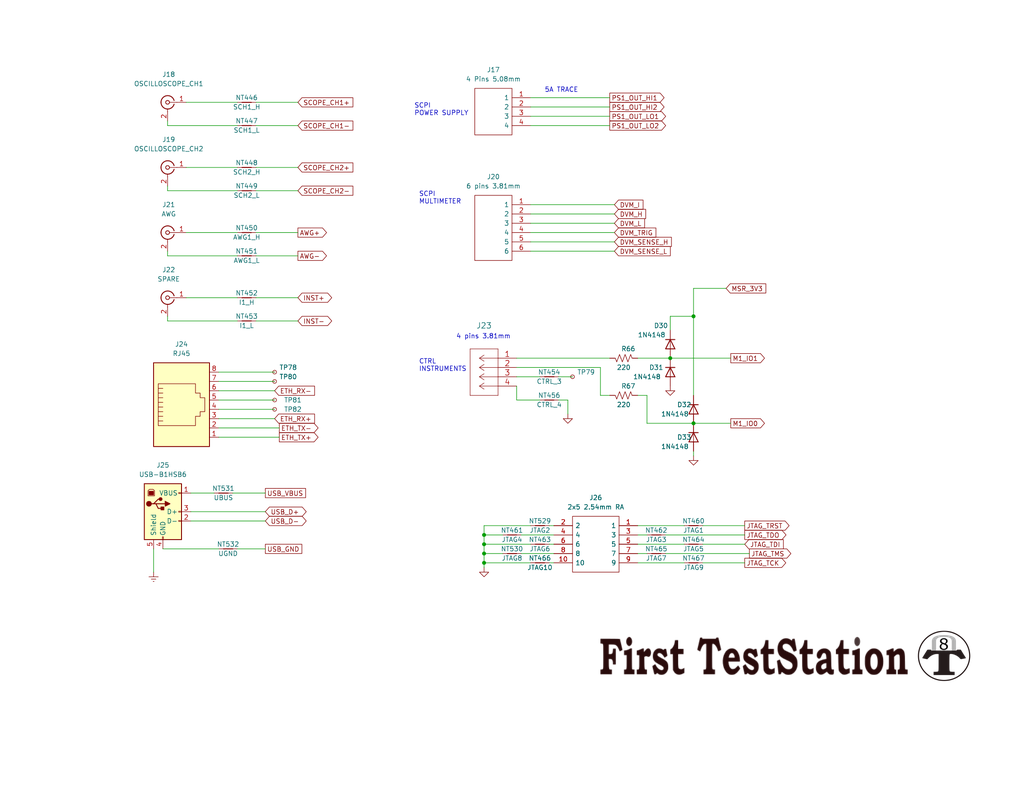
<source format=kicad_sch>
(kicad_sch (version 20230121) (generator eeschema)
  (paper "A")
  (title_block (title "Interconnect IO Board  640-1000-011") (date "2024-10-12") (rev "1.1"))
  (lib_symbols
    (symbol "Library:1146770000" (pin_names (offset 0.762))
      (property "Reference" "J" (at 16.51 7.62 0))
      (property "Value" "1146770000" (at 16.51 5.08 0))
      (symbol "1146770000_0_0"
        (pin passive line (at 0 0 0) (length 5.08) (name "1") (number "1"))
        (pin passive line (at 0 -2.54 0) (length 5.08) (name "2") (number "2"))
        (pin passive line (at 0 -5.08 0) (length 5.08) (name "3") (number "3"))
        (pin passive line (at 0 -7.62 0) (length 5.08) (name "4") (number "4"))
      )
      (symbol "1146770000_0_1"
        (polyline (pts (xy 5.08 2.54) (xy 15.24 2.54) (xy 15.24 -10.16) (xy 5.08 -10.16) (xy 5.08 2.54)) (stroke (width 0.1524)))
      )
    )
    (symbol "Library:1N4148" (pin_numbers hide) (pin_names (offset 1.016) hide)
      (property "Reference" "D" (at 0 2.54 0))
      (property "Value" "1N4148" (at 0 -2.54 0))
      (symbol "1N4148_0_1"
        (polyline (pts (xy -1.27 1.27) (xy -1.27 -1.27)) (stroke (width 0.254)))
        (polyline (pts (xy 1.27 0) (xy -1.27 0)))
        (polyline (pts (xy 1.27 1.27) (xy 1.27 -1.27) (xy -1.27 0) (xy 1.27 1.27)) (stroke (width 0.254)))
      )
      (symbol "1N4148_1_1"
        (pin passive line (at -3.81 0 0) (length 2.54) (name "K") (number "1"))
        (pin passive line (at 3.81 0 180) (length 2.54) (name "A") (number "2"))
      )
    )
    (symbol "Library:691322310004" (pin_names (offset 0.254) hide)
      (property "Reference" "J" (at 8.89 6.35 0))
      (property "Value" "691322310004" (at 10.16 -5.08 0))
      (symbol "691322310004_1_1"
        (polyline (pts (xy 5.08 -10.16) (xy 12.7 -10.16)) (stroke (width 0.127)))
        (polyline (pts (xy 5.08 2.54) (xy 5.08 -10.16)) (stroke (width 0.127)))
        (polyline (pts (xy 10.16 -7.62) (xy 5.08 -7.62)) (stroke (width 0.127)))
        (polyline (pts (xy 10.16 -7.62) (xy 8.89 -8.4582)) (stroke (width 0.127)))
        (polyline (pts (xy 10.16 -7.62) (xy 8.89 -6.7818)) (stroke (width 0.127)))
        (polyline (pts (xy 10.16 -5.08) (xy 5.08 -5.08)) (stroke (width 0.127)))
        (polyline (pts (xy 10.16 -5.08) (xy 8.89 -5.9182)) (stroke (width 0.127)))
        (polyline (pts (xy 10.16 -5.08) (xy 8.89 -4.2418)) (stroke (width 0.127)))
        (polyline (pts (xy 10.16 -2.54) (xy 5.08 -2.54)) (stroke (width 0.127)))
        (polyline (pts (xy 10.16 -2.54) (xy 8.89 -3.3782)) (stroke (width 0.127)))
        (polyline (pts (xy 10.16 -2.54) (xy 8.89 -1.7018)) (stroke (width 0.127)))
        (polyline (pts (xy 10.16 0) (xy 5.08 0)) (stroke (width 0.127)))
        (polyline (pts (xy 10.16 0) (xy 8.89 -0.8382)) (stroke (width 0.127)))
        (polyline (pts (xy 10.16 0) (xy 8.89 0.8382)) (stroke (width 0.127)))
        (polyline (pts (xy 12.7 -10.16) (xy 12.7 2.54)) (stroke (width 0.127)))
        (polyline (pts (xy 12.7 2.54) (xy 5.08 2.54)) (stroke (width 0.127)))
        (pin unspecified line (at 0 0 0) (length 5.08) (name "1") (number "1"))
        (pin unspecified line (at 0 -2.54 0) (length 5.08) (name "2") (number "2"))
        (pin unspecified line (at 0 -5.08 0) (length 5.08) (name "3") (number "3"))
        (pin unspecified line (at 0 -7.62 0) (length 5.08) (name "4") (number "4"))
      )
    )
    (symbol "Library:691322310006" (pin_names (offset 0.762))
      (property "Reference" "J" (at 16.51 7.62 0))
      (property "Value" "691322310006" (at 16.51 5.08 0))
      (symbol "691322310006_0_0"
        (pin passive line (at 0 0 0) (length 5.08) (name "1") (number "1"))
        (pin passive line (at 0 -2.54 0) (length 5.08) (name "2") (number "2"))
        (pin passive line (at 0 -5.08 0) (length 5.08) (name "3") (number "3"))
        (pin passive line (at 0 -7.62 0) (length 5.08) (name "4") (number "4"))
        (pin passive line (at 0 -10.16 0) (length 5.08) (name "5") (number "5"))
        (pin passive line (at 0 -12.7 0) (length 5.08) (name "6") (number "6"))
      )
      (symbol "691322310006_0_1"
        (polyline (pts (xy 5.08 2.54) (xy 15.24 2.54) (xy 15.24 -15.24) (xy 5.08 -15.24) (xy 5.08 2.54)) (stroke (width 0.1524)))
      )
    )
    (symbol "Library:8P8C" (pin_names (offset 1.016))
      (property "Reference" "J" (at -5.08 13.97 0))
      (property "Value" "8P8C" (at 2.54 13.97 0))
      (symbol "8P8C_0_1"
        (polyline (pts (xy -5.08 4.445) (xy -6.35 4.445)))
        (polyline (pts (xy -5.08 5.715) (xy -6.35 5.715)))
        (polyline (pts (xy -6.35 -3.175) (xy -5.08 -3.175) (xy -5.08 -3.175)))
        (polyline (pts (xy -6.35 -1.905) (xy -5.08 -1.905) (xy -5.08 -1.905)))
        (polyline (pts (xy -6.35 -0.635) (xy -5.08 -0.635) (xy -5.08 -0.635)))
        (polyline (pts (xy -6.35 0.635) (xy -5.08 0.635) (xy -5.08 0.635)))
        (polyline (pts (xy -6.35 1.905) (xy -5.08 1.905) (xy -5.08 1.905)))
        (polyline (pts (xy -5.08 3.175) (xy -6.35 3.175) (xy -6.35 3.175)))
        (polyline (pts (xy -6.35 -4.445) (xy -6.35 6.985) (xy 3.81 6.985) (xy 3.81 4.445) (xy 5.08 4.445) (xy 5.08 3.175) (xy 6.35 3.175) (xy 6.35 -0.635) (xy 5.08 -0.635) (xy 5.08 -1.905) (xy 3.81 -1.905) (xy 3.81 -4.445) (xy -6.35 -4.445) (xy -6.35 -4.445)))
        (rectangle (start 7.62 12.7) (end -7.62 -10.16) (stroke (width 0.254)) (fill (type background)))
      )
      (symbol "8P8C_1_1"
        (pin passive line (at 10.16 -7.62 180) (length 2.54) (name "~") (number "1"))
        (pin passive line (at 10.16 -5.08 180) (length 2.54) (name "~") (number "2"))
        (pin passive line (at 10.16 -2.54 180) (length 2.54) (name "~") (number "3"))
        (pin passive line (at 10.16 0 180) (length 2.54) (name "~") (number "4"))
        (pin passive line (at 10.16 2.54 180) (length 2.54) (name "~") (number "5"))
        (pin passive line (at 10.16 5.08 180) (length 2.54) (name "~") (number "6"))
        (pin passive line (at 10.16 7.62 180) (length 2.54) (name "~") (number "7"))
        (pin passive line (at 10.16 10.16 180) (length 2.54) (name "~") (number "8"))
      )
    )
    (symbol "Library:Conn_Coaxial" (pin_names (offset 1.016) hide)
      (property "Reference" "J" (at 0.254 3.048 0))
      (property "Value" "Conn_Coaxial" (at 2.921 0 90))
      (symbol "Conn_Coaxial_0_1"
        (arc (start -1.778 -0.508) (mid 0.222 -1.808) (end 1.778 0) (stroke (width 0.254)))
        (polyline (pts (xy -2.54 0) (xy -0.508 0)))
        (polyline (pts (xy 0 -2.54) (xy 0 -1.778)))
        (circle (center 0 0) (radius 0.508) (stroke (width 0.2032)))
        (arc (start 1.778 0) (mid 0.222 1.8083) (end -1.778 0.508) (stroke (width 0.254)))
      )
      (symbol "Conn_Coaxial_1_1"
        (pin passive line (at -5.08 0 0) (length 2.54) (name "In") (number "1"))
        (pin passive line (at 0 -5.08 90) (length 2.54) (name "Ext") (number "2"))
      )
    )
    (symbol "Library:NetTie_2" (pin_numbers hide) (pin_names (offset 0) hide)
      (property "Reference" "NT" (at 0 1.27 0))
      (property "Value" "NetTie_2" (at 0 -1.27 0))
      (symbol "NetTie_2_0_1"
        (polyline (pts (xy -1.27 0) (xy 1.27 0)) (stroke (width 0.254)))
      )
      (symbol "NetTie_2_1_1"
        (pin passive line (at -2.54 0 0) (length 2.54) (name "1") (number "1"))
        (pin passive line (at 2.54 0 180) (length 2.54) (name "2") (number "2"))
      )
    )
    (symbol "Library:R_US" (pin_numbers hide) (pin_names (offset 0))
      (property "Reference" "R" (at 2.54 0 90))
      (property "Value" "R_US" (at -2.54 0 90))
      (symbol "R_US_0_1"
        (polyline (pts (xy 0 -2.286) (xy 0 -2.54)))
        (polyline (pts (xy 0 2.286) (xy 0 2.54)))
        (polyline (pts (xy 0 -0.762) (xy 1.016 -1.143) (xy 0 -1.524) (xy -1.016 -1.905) (xy 0 -2.286)))
        (polyline (pts (xy 0 0.762) (xy 1.016 0.381) (xy 0 0) (xy -1.016 -0.381) (xy 0 -0.762)))
        (polyline (pts (xy 0 2.286) (xy 1.016 1.905) (xy 0 1.524) (xy -1.016 1.143) (xy 0 0.762)))
      )
      (symbol "R_US_1_1"
        (pin passive line (at 0 3.81 270) (length 1.27) (name "~") (number "1"))
        (pin passive line (at 0 -3.81 90) (length 1.27) (name "~") (number "2"))
      )
    )
    (symbol "Library:SBH11-PBPC-D05-RA-BK" (pin_names (offset 0.762))
      (property "Reference" "J" (at 19.05 7.62 0))
      (property "Value" "SBH11-PBPC-D05-RA-BK" (at 19.05 5.08 0))
      (symbol "SBH11-PBPC-D05-RA-BK_0_0"
        (pin passive line (at 0 0 0) (length 5.08) (name "1") (number "1"))
        (pin passive line (at 22.86 -10.16 180) (length 5.08) (name "10") (number "10"))
        (pin passive line (at 22.86 0 180) (length 5.08) (name "2") (number "2"))
        (pin passive line (at 0 -2.54 0) (length 5.08) (name "3") (number "3"))
        (pin passive line (at 22.86 -2.54 180) (length 5.08) (name "4") (number "4"))
        (pin passive line (at 0 -5.08 0) (length 5.08) (name "5") (number "5"))
        (pin passive line (at 22.86 -5.08 180) (length 5.08) (name "6") (number "6"))
        (pin passive line (at 0 -7.62 0) (length 5.08) (name "7") (number "7"))
        (pin passive line (at 22.86 -7.62 180) (length 5.08) (name "8") (number "8"))
        (pin passive line (at 0 -10.16 0) (length 5.08) (name "9") (number "9"))
      )
      (symbol "SBH11-PBPC-D05-RA-BK_0_1"
        (polyline (pts (xy 5.08 2.54) (xy 17.78 2.54) (xy 17.78 -12.7) (xy 5.08 -12.7) (xy 5.08 2.54)) (stroke (width 0.1524)))
      )
    )
    (symbol "Library:TestPoint_Small" (pin_numbers hide) (pin_names (offset 0.762) hide)
      (property "Reference" "TP" (at 0 3.81 0))
      (property "Value" "TestPoint_Small" (at 0 2.032 0))
      (symbol "TestPoint_Small_0_1"
        (circle (center 0 0) (radius 0.508))
      )
      (symbol "TestPoint_Small_1_1"
        (pin passive line (at 0 0 90) (length 0) (name "1") (number "1"))
      )
    )
    (symbol "Library:USB_B" (pin_names (offset 1.016))
      (property "Reference" "J" (at -5.08 11.43 0))
      (property "Value" "USB_B" (at -5.08 8.89 0))
      (symbol "USB_B_0_1"
        (rectangle (start -5.08 -7.62) (end 5.08 7.62) (stroke (width 0.254)) (fill (type background)))
        (circle (center -3.81 2.159) (radius 0.635) (stroke (width 0.254)) (fill (type outline)))
        (rectangle (start -3.81 5.588) (end -2.54 4.572) (fill (type outline)))
        (circle (center -0.635 3.429) (radius 0.381) (stroke (width 0.254)) (fill (type outline)))
        (rectangle (start -0.127 -7.62) (end 0.127 -6.858))
        (polyline (pts (xy -1.905 2.159) (xy 0.635 2.159)) (stroke (width 0.254)))
        (polyline (pts (xy -3.175 2.159) (xy -2.54 2.159) (xy -1.27 3.429) (xy -0.635 3.429)) (stroke (width 0.254)))
        (polyline (pts (xy -2.54 2.159) (xy -1.905 2.159) (xy -1.27 0.889) (xy 0 0.889)) (stroke (width 0.254)))
        (polyline (pts (xy 0.635 2.794) (xy 0.635 1.524) (xy 1.905 2.159) (xy 0.635 2.794)) (stroke (width 0.254)) (fill (type outline)))
        (polyline (pts (xy -4.064 4.318) (xy -2.286 4.318) (xy -2.286 5.715) (xy -2.667 6.096) (xy -3.683 6.096) (xy -4.064 5.715) (xy -4.064 4.318)))
        (rectangle (start 0.254 1.27) (end -0.508 0.508) (stroke (width 0.254)) (fill (type outline)))
        (rectangle (start 5.08 -2.667) (end 4.318 -2.413))
        (rectangle (start 5.08 -0.127) (end 4.318 0.127))
        (rectangle (start 5.08 4.953) (end 4.318 5.207))
      )
      (symbol "USB_B_1_1"
        (pin power_out line (at 7.62 5.08 180) (length 2.54) (name "VBUS") (number "1"))
        (pin bidirectional line (at 7.62 -2.54 180) (length 2.54) (name "D-") (number "2"))
        (pin bidirectional line (at 7.62 0 180) (length 2.54) (name "D+") (number "3"))
        (pin power_out line (at 0 -10.16 90) (length 2.54) (name "GND") (number "4"))
        (pin passive line (at -2.54 -10.16 90) (length 2.54) (name "Shield") (number "5"))
      )
    )
    (symbol "power:Earth" (power) (pin_names (offset 0))
      (symbol "Earth_0_1"
        (polyline (pts (xy -0.635 -1.905) (xy 0.635 -1.905)))
        (polyline (pts (xy -0.127 -2.54) (xy 0.127 -2.54)))
        (polyline (pts (xy 0 -1.27) (xy 0 0)))
        (polyline (pts (xy 1.27 -1.27) (xy -1.27 -1.27)))
      )
      (symbol "Earth_1_1"
        (pin power_in line (at 0 0 270) (length 0) hide (name "Earth") (number "1"))
      )
    )
    (symbol "power:GND" (power) (pin_names (offset 0))
      (property "Value" "GND" (at 0 -3.81 0))
      (symbol "GND_0_1"
        (polyline (pts (xy 0 0) (xy 0 -1.27) (xy 1.27 -1.27) (xy 0 -2.54) (xy -1.27 -1.27) (xy 0 -1.27)))
      )
      (symbol "GND_1_1"
        (pin power_in line (at 0 0 270) (length 0) hide (name "GND") (number "1"))
      )
    )
  )
  (junction (at 182.88 97.79))
  (junction (at 132.08 148.59))
  (junction (at 189.23 86.36))
  (junction (at 132.08 153.67))
  (junction (at 132.08 146.05))
  (junction (at 189.23 115.57))
  (junction (at 132.08 151.13))
  (wire (pts (xy 59.69 109.22) (xy 74.93 109.22)))
  (wire (pts (xy 59.69 104.14) (xy 74.93 104.14)))
  (wire (pts (xy 45.72 52.07) (xy 45.72 50.8)))
  (wire (pts (xy 144.78 34.29) (xy 166.37 34.29)))
  (wire (pts (xy 204.47 151.13) (xy 181.61 151.13)))
  (wire (pts (xy 45.72 87.63) (xy 64.77 87.63)))
  (wire (pts (xy 144.78 60.96) (xy 167.64 60.96)))
  (wire (pts (xy 151.13 146.05) (xy 142.24 146.05)))
  (wire (pts (xy 182.88 97.79) (xy 199.39 97.79)))
  (wire (pts (xy 152.4 109.22) (xy 154.94 109.22)))
  (wire (pts (xy 45.72 34.29) (xy 45.72 33.02)))
  (wire (pts (xy 52.07 142.24) (xy 72.39 142.24)))
  (wire (pts (xy 176.53 107.95) (xy 173.99 107.95)))
  (wire (pts (xy 81.28 87.63) (xy 69.85 87.63)))
  (wire (pts (xy 137.16 146.05) (xy 132.08 146.05)))
  (wire (pts (xy 50.8 81.28) (xy 64.77 81.28)))
  (wire (pts (xy 81.28 52.07) (xy 69.85 52.07)))
  (wire (pts (xy 203.2 153.67) (xy 191.77 153.67)))
  (wire (pts (xy 132.08 148.59) (xy 144.78 148.59)))
  (wire (pts (xy 182.88 86.36) (xy 182.88 90.17)))
  (wire (pts (xy 149.86 143.51) (xy 151.13 143.51)))
  (wire (pts (xy 50.8 45.72) (xy 64.77 45.72)))
  (wire (pts (xy 41.91 149.86) (xy 41.91 156.21)))
  (wire (pts (xy 132.08 153.67) (xy 144.78 153.67)))
  (wire (pts (xy 182.88 86.36) (xy 189.23 86.36)))
  (wire (pts (xy 50.8 27.94) (xy 64.77 27.94)))
  (wire (pts (xy 173.99 153.67) (xy 186.69 153.67)))
  (wire (pts (xy 144.78 26.67) (xy 166.37 26.67)))
  (wire (pts (xy 132.08 146.05) (xy 132.08 148.59)))
  (wire (pts (xy 144.78 58.42) (xy 167.64 58.42)))
  (wire (pts (xy 132.08 143.51) (xy 144.78 143.51)))
  (wire (pts (xy 140.97 97.79) (xy 166.37 97.79)))
  (wire (pts (xy 52.07 134.62) (xy 58.42 134.62)))
  (wire (pts (xy 166.37 107.95) (xy 163.83 107.95)))
  (wire (pts (xy 81.28 27.94) (xy 69.85 27.94)))
  (wire (pts (xy 64.77 149.86) (xy 72.39 149.86)))
  (wire (pts (xy 45.72 87.63) (xy 45.72 86.36)))
  (wire (pts (xy 63.5 134.62) (xy 72.39 134.62)))
  (wire (pts (xy 189.23 123.19) (xy 189.23 124.46)))
  (wire (pts (xy 151.13 148.59) (xy 149.86 148.59)))
  (wire (pts (xy 140.97 109.22) (xy 147.32 109.22)))
  (wire (pts (xy 176.53 115.57) (xy 189.23 115.57)))
  (wire (pts (xy 203.2 148.59) (xy 191.77 148.59)))
  (wire (pts (xy 182.88 97.79) (xy 173.99 97.79)))
  (wire (pts (xy 144.78 55.88) (xy 167.64 55.88)))
  (wire (pts (xy 140.97 102.87) (xy 147.32 102.87)))
  (wire (pts (xy 144.78 63.5) (xy 167.64 63.5)))
  (wire (pts (xy 152.4 102.87) (xy 156.21 102.87)))
  (wire (pts (xy 132.08 148.59) (xy 132.08 151.13)))
  (wire (pts (xy 59.69 106.68) (xy 74.93 106.68)))
  (wire (pts (xy 81.28 63.5) (xy 69.85 63.5)))
  (wire (pts (xy 59.69 116.84) (xy 76.2 116.84)))
  (wire (pts (xy 132.08 153.67) (xy 132.08 154.94)))
  (wire (pts (xy 45.72 69.85) (xy 64.77 69.85)))
  (wire (pts (xy 45.72 69.85) (xy 45.72 68.58)))
  (wire (pts (xy 173.99 151.13) (xy 176.53 151.13)))
  (wire (pts (xy 203.2 143.51) (xy 191.77 143.51)))
  (wire (pts (xy 142.24 151.13) (xy 151.13 151.13)))
  (wire (pts (xy 144.78 31.75) (xy 166.37 31.75)))
  (wire (pts (xy 81.28 81.28) (xy 69.85 81.28)))
  (wire (pts (xy 59.69 119.38) (xy 76.2 119.38)))
  (wire (pts (xy 132.08 151.13) (xy 137.16 151.13)))
  (wire (pts (xy 132.08 146.05) (xy 132.08 143.51)))
  (wire (pts (xy 173.99 148.59) (xy 186.69 148.59)))
  (wire (pts (xy 45.72 52.07) (xy 64.77 52.07)))
  (wire (pts (xy 52.07 139.7) (xy 72.39 139.7)))
  (wire (pts (xy 176.53 107.95) (xy 176.53 115.57)))
  (wire (pts (xy 50.8 63.5) (xy 64.77 63.5)))
  (wire (pts (xy 132.08 151.13) (xy 132.08 153.67)))
  (wire (pts (xy 163.83 100.33) (xy 140.97 100.33)))
  (wire (pts (xy 59.69 114.3) (xy 74.93 114.3)))
  (wire (pts (xy 189.23 86.36) (xy 189.23 107.95)))
  (wire (pts (xy 45.72 34.29) (xy 64.77 34.29)))
  (wire (pts (xy 59.69 101.6) (xy 74.93 101.6)))
  (wire (pts (xy 81.28 69.85) (xy 69.85 69.85)))
  (wire (pts (xy 144.78 66.04) (xy 167.64 66.04)))
  (wire (pts (xy 173.99 146.05) (xy 176.53 146.05)))
  (wire (pts (xy 189.23 78.74) (xy 189.23 86.36)))
  (wire (pts (xy 189.23 78.74) (xy 198.12 78.74)))
  (wire (pts (xy 81.28 34.29) (xy 69.85 34.29)))
  (wire (pts (xy 163.83 107.95) (xy 163.83 100.33)))
  (wire (pts (xy 144.78 29.21) (xy 166.37 29.21)))
  (wire (pts (xy 44.45 149.86) (xy 59.69 149.86)))
  (wire (pts (xy 81.28 45.72) (xy 69.85 45.72)))
  (wire (pts (xy 151.13 153.67) (xy 149.86 153.67)))
  (wire (pts (xy 203.2 146.05) (xy 181.61 146.05)))
  (wire (pts (xy 59.69 111.76) (xy 74.93 111.76)))
  (wire (pts (xy 154.94 109.22) (xy 154.94 113.03)))
  (wire (pts (xy 173.99 143.51) (xy 186.69 143.51)))
  (wire (pts (xy 189.23 115.57) (xy 199.39 115.57)))
  (wire (pts (xy 140.97 105.41) (xy 140.97 109.22)))
  (wire (pts (xy 144.78 68.58) (xy 167.64 68.58)))
  (image (at 205.74 179.07) (scale 2.13772))
  (image (at 257.81 179.07))
  (text "SCPI\nPOWER SUPPLY" (at 113.03 31.75 0) (effects (font (size 1.27 1.27)) (justify left bottom)))
  (text "5A TRACE" (at 148.59 25.4 0) (effects (font (size 1.27 1.27)) (justify left bottom)))
  (text "CTRL\nINSTRUMENTS" (at 114.3 101.6 0) (effects (font (size 1.27 1.27)) (justify left bottom)))
  (text "4 pins 3.81mm" (at 124.46 92.71 0) (effects (font (size 1.27 1.27)) (justify left bottom)))
  (text "SCPI\nMULTIMETER" (at 114.3 55.88 0) (effects (font (size 1.27 1.27)) (justify left bottom)))
  (global_label "PS1_OUT_LO1" (shape output) (at 166.37 31.75 0) (property "Intersheetrefs" "${INTERSHEET_REFS}" (effects hide)))
  (global_label "SCOPE_CH1-" (shape input) (at 81.28 34.29 0) (property "Intersheetrefs" "${INTERSHEET_REFS}" (effects hide)))
  (global_label "ETH_TX-" (shape output) (at 76.2 116.84 0) (property "Intersheetrefs" "${INTERSHEET_REFS}" (effects hide)))
  (global_label "AWG+" (shape output) (at 81.28 63.5 0) (property "Intersheetrefs" "${INTERSHEET_REFS}" (effects hide)))
  (global_label "DVM_I" (shape input) (at 167.64 55.88 0) (property "Intersheetrefs" "${INTERSHEET_REFS}" (effects hide)))
  (global_label "SCOPE_CH2-" (shape input) (at 81.28 52.07 0) (property "Intersheetrefs" "${INTERSHEET_REFS}" (effects hide)))
  (global_label "USB_VBUS" (shape passive) (at 72.39 134.62 0) (property "Intersheetrefs" "${INTERSHEET_REFS}" (effects hide)))
  (global_label "PS1_OUT_HI1" (shape output) (at 166.37 26.67 0) (property "Intersheetrefs" "${INTERSHEET_REFS}" (effects hide)))
  (global_label "PS1_OUT_HI2" (shape output) (at 166.37 29.21 0) (property "Intersheetrefs" "${INTERSHEET_REFS}" (effects hide)))
  (global_label "INST+" (shape bidirectional) (at 81.28 81.28 0) (property "Intersheetrefs" "${INTERSHEET_REFS}" (effects hide)))
  (global_label "DVM_L" (shape input) (at 167.64 60.96 0) (property "Intersheetrefs" "${INTERSHEET_REFS}" (effects hide)))
  (global_label "JTAG_TDI" (shape input) (at 203.2 148.59 0) (property "Intersheetrefs" "${INTERSHEET_REFS}" (effects hide)))
  (global_label "USB_D+" (shape bidirectional) (at 72.39 139.7 0) (property "Intersheetrefs" "${INTERSHEET_REFS}" (effects hide)))
  (global_label "JTAG_TMS" (shape output) (at 204.47 151.13 0) (property "Intersheetrefs" "${INTERSHEET_REFS}" (effects hide)))
  (global_label "USB_D-" (shape bidirectional) (at 72.39 142.24 0) (property "Intersheetrefs" "${INTERSHEET_REFS}" (effects hide)))
  (global_label "JTAG_TCK" (shape output) (at 203.2 153.67 0) (property "Intersheetrefs" "${INTERSHEET_REFS}" (effects hide)))
  (global_label "PS1_OUT_LO2" (shape output) (at 166.37 34.29 0) (property "Intersheetrefs" "${INTERSHEET_REFS}" (effects hide)))
  (global_label "JTAG_TRST" (shape output) (at 203.2 143.51 0) (property "Intersheetrefs" "${INTERSHEET_REFS}" (effects hide)))
  (global_label "MSR_3V3" (shape input) (at 198.12 78.74 0) (property "Intersheetrefs" "${INTERSHEET_REFS}" (effects hide)))
  (global_label "SCOPE_CH2+" (shape input) (at 81.28 45.72 0) (property "Intersheetrefs" "${INTERSHEET_REFS}" (effects hide)))
  (global_label "USB_GND" (shape passive) (at 72.39 149.86 0) (property "Intersheetrefs" "${INTERSHEET_REFS}" (effects hide)))
  (global_label "DVM_TRIG" (shape input) (at 167.64 63.5 0) (property "Intersheetrefs" "${INTERSHEET_REFS}" (effects hide)))
  (global_label "DVM_H" (shape input) (at 167.64 58.42 0) (property "Intersheetrefs" "${INTERSHEET_REFS}" (effects hide)))
  (global_label "ETH_RX+" (shape input) (at 74.93 114.3 0) (property "Intersheetrefs" "${INTERSHEET_REFS}" (effects hide)))
  (global_label "AWG-" (shape output) (at 81.28 69.85 0) (property "Intersheetrefs" "${INTERSHEET_REFS}" (effects hide)))
  (global_label "INST-" (shape bidirectional) (at 81.28 87.63 0) (property "Intersheetrefs" "${INTERSHEET_REFS}" (effects hide)))
  (global_label "DVM_SENSE_H" (shape input) (at 167.64 66.04 0) (property "Intersheetrefs" "${INTERSHEET_REFS}" (effects hide)))
  (global_label "JTAG_TDO" (shape output) (at 203.2 146.05 0) (property "Intersheetrefs" "${INTERSHEET_REFS}" (effects hide)))
  (global_label "ETH_TX+" (shape output) (at 76.2 119.38 0) (property "Intersheetrefs" "${INTERSHEET_REFS}" (effects hide)))
  (global_label "DVM_SENSE_L" (shape input) (at 167.64 68.58 0) (property "Intersheetrefs" "${INTERSHEET_REFS}" (effects hide)))
  (global_label "SCOPE_CH1+" (shape input) (at 81.28 27.94 0) (property "Intersheetrefs" "${INTERSHEET_REFS}" (effects hide)))
  (global_label "M1_IO1" (shape output) (at 199.39 97.79 0) (property "Intersheetrefs" "${INTERSHEET_REFS}" (effects hide)))
  (global_label "M1_IO0" (shape output) (at 199.39 115.57 0) (property "Intersheetrefs" "${INTERSHEET_REFS}" (effects hide)))
  (global_label "ETH_RX-" (shape input) (at 74.93 106.68 0) (property "Intersheetrefs" "${INTERSHEET_REFS}" (effects hide)))
  (symbol (lib_id "Library:NetTie_2") (at 67.31 45.72 0) (mirror y) (unit 1)
    (property "Reference" "NT448" (at 67.31 44.45 0))
    (property "Value" "SCH2_H" (at 67.31 46.99 0))
    (property "Footprint" "NetTie:NetTie-2_Front1.0mm" (effects hide))
  )
  (symbol (lib_id "Library:NetTie_2") (at 149.86 102.87 0) (mirror y) (unit 1)
    (property "Reference" "NT454" (at 149.86 101.6 0))
    (property "Value" "CTRL_3" (at 149.86 104.14 0))
    (property "Footprint" "NetTie:NetTie-2_Front1.0mm" (effects hide))
  )
  (symbol (lib_id "Library:NetTie_2") (at 179.07 151.13 0) (mirror y) (unit 1)
    (property "Reference" "NT465" (at 179.07 149.86 0))
    (property "Value" "JTAG7" (at 179.07 152.4 0))
    (property "Footprint" "NetTie:NetTie-2_Front1.0mm" (effects hide))
  )
  (symbol (lib_id "Library:R_US") (at 170.18 97.79 270) (mirror x) (unit 1)
    (property "Reference" "R66" (at 171.45 95.25 90))
    (property "Value" "220" (at 170.18 100.33 90))
    (property "Footprint" "Resistor_THT:R_Axial_DIN0207_L6.3mm_D2.5mm_P10.16mm_Horizontal" (effects hide))
  )
  (symbol (lib_id "Library:TestPoint_Small") (at 74.93 104.14 0) (unit 1)
    (property "Reference" "TP80" (at 76.2 102.87 0) (effects (justify left)))
    (property "Value" "TestPoint_Small" (effects hide))
    (property "Footprint" "TestPoint:TestPoint_THTPad_D1.5mm_Drill0.7mm" (effects hide))
  )
  (symbol (lib_id "power:GND") (at 189.23 124.46 0) (mirror y) (unit 1)
    (property "Reference" "#PWR0107" (effects hide))
    (property "Value" "GND" (effects hide))
  )
  (symbol (lib_id "Library:NetTie_2") (at 67.31 52.07 0) (mirror y) (unit 1)
    (property "Reference" "NT449" (at 67.31 50.8 0))
    (property "Value" "SCH2_L" (at 67.31 53.34 0))
    (property "Footprint" "NetTie:NetTie-2_Front1.0mm" (effects hide))
  )
  (symbol (lib_id "Library:1N4148") (at 182.88 101.6 270) (unit 1)
    (property "Reference" "D31" (at 179.07 100.33 90))
    (property "Value" "1N4148" (at 176.53 102.87 90))
    (property "Footprint" "Diode_THT:D_DO-35_SOD27_P7.62mm_Horizontal" (effects hide))
    (property "Datasheet" "https://assets.nexperia.com/documents/data-sheet/1N4148_1N4448.pdf" (effects hide))
  )
  (symbol (lib_id "Library:Conn_Coaxial") (at 45.72 63.5 0) (mirror y) (unit 1)
    (property "Reference" "J21" (at 46.0374 55.88 0))
    (property "Value" "AWG" (at 46.0374 58.42 0))
    (property "Footprint" "BNC:TE_1-1337542-0" (effects hide))
    (property "Datasheet" " ~" (effects hide))
  )
  (symbol (lib_id "Library:TestPoint_Small") (at 156.21 102.87 0) (unit 1)
    (property "Reference" "TP79" (at 157.48 101.6 0) (effects (justify left)))
    (property "Value" "TestPoint_Small" (effects hide))
    (property "Footprint" "TestPoint:TestPoint_THTPad_D1.5mm_Drill0.7mm" (effects hide))
  )
  (symbol (lib_id "Library:TestPoint_Small") (at 74.93 101.6 0) (unit 1)
    (property "Reference" "TP78" (at 76.2 100.33 0) (effects (justify left)))
    (property "Value" "TestPoint_Small" (effects hide))
    (property "Footprint" "TestPoint:TestPoint_THTPad_D1.5mm_Drill0.7mm" (effects hide))
  )
  (symbol (lib_id "Library:8P8C") (at 49.53 111.76 0) (unit 1)
    (property "Reference" "J24" (at 49.53 93.98 0))
    (property "Value" "RJ45" (at 49.53 96.52 0))
    (property "Footprint" "Connector_RJ:RJ45_Ninigi_GE" (effects hide))
  )
  (symbol (lib_id "Library:NetTie_2") (at 189.23 148.59 0) (mirror y) (unit 1)
    (property "Reference" "NT464" (at 189.23 147.32 0))
    (property "Value" "JTAG5" (at 189.23 149.86 0))
    (property "Footprint" "NetTie:NetTie-2_Front1.0mm" (effects hide))
  )
  (symbol (lib_id "Library:USB_B") (at 44.45 139.7 0) (unit 1)
    (property "Reference" "J25" (at 44.45 127 0))
    (property "Value" "USB-B1HSB6" (at 44.45 129.54 0))
    (property "Footprint" "Connector_USB:USB_B_OST_USB-B1HSxx_Horizontal" (effects hide))
    (property "Datasheet" " ~" (effects hide))
  )
  (symbol (lib_id "Library:NetTie_2") (at 179.07 146.05 0) (mirror y) (unit 1)
    (property "Reference" "NT462" (at 179.07 144.78 0))
    (property "Value" "JTAG3" (at 179.07 147.32 0))
    (property "Footprint" "NetTie:NetTie-2_Front1.0mm" (effects hide))
  )
  (symbol (lib_id "Library:NetTie_2") (at 67.31 69.85 0) (mirror y) (unit 1)
    (property "Reference" "NT451" (at 67.31 68.58 0))
    (property "Value" "AWG1_L" (at 67.31 71.12 0))
    (property "Footprint" "NetTie:NetTie-2_Front1.0mm" (effects hide))
  )
  (symbol (lib_id "Library:SBH11-PBPC-D05-RA-BK") (at 173.99 143.51 0) (mirror y) (unit 1)
    (property "Reference" "J26" (at 162.56 135.89 0))
    (property "Value" "2x5 2.54mm RA" (at 162.56 138.43 0))
    (property "Footprint" "Connector_jtag:SHDRRA10W64P254_2X5_1270X910X880P" (effects hide))
    (property "Datasheet" "http://sullinscorp.com/catalogs/145_PAGE118_.100_SBH11_SERIES_MALE_BOX_HDR_ST_RA_SMT.pdf" (effects hide))
    (property "Description" "Header(shrouded), 2.54mm, 5x2, Gold, R/A, TH" (effects hide))
    (property "Height" "8.8" (effects hide))
    (property "Manufacturer_Name" "Sullins" (effects hide))
    (property "Manufacturer_Part_Number" "SBH11-PBPC-D05-RA-BK" (effects hide))
  )
  (symbol (lib_id "Library:NetTie_2") (at 189.23 153.67 0) (mirror y) (unit 1)
    (property "Reference" "NT467" (at 189.23 152.4 0))
    (property "Value" "JTAG9" (at 189.23 154.94 0))
    (property "Footprint" "NetTie:NetTie-2_Front1.0mm" (effects hide))
  )
  (symbol (lib_id "Library:NetTie_2") (at 147.32 143.51 0) (unit 1)
    (property "Reference" "NT529" (at 147.32 142.24 0))
    (property "Value" "JTAG2" (at 147.32 144.78 0))
    (property "Footprint" "NetTie:NetTie-2_Front1.0mm" (effects hide))
  )
  (symbol (lib_id "Library:1N4148") (at 189.23 119.38 270) (unit 1)
    (property "Reference" "D33" (at 186.69 119.38 90))
    (property "Value" "1N4148" (at 184.15 121.92 90))
    (property "Footprint" "Diode_THT:D_DO-35_SOD27_P7.62mm_Horizontal" (effects hide))
    (property "Datasheet" "https://assets.nexperia.com/documents/data-sheet/1N4148_1N4448.pdf" (effects hide))
  )
  (symbol (lib_id "power:GND") (at 182.88 105.41 0) (mirror y) (unit 1)
    (property "Reference" "#PWR0105" (effects hide))
    (property "Value" "GND" (effects hide))
  )
  (symbol (lib_id "Library:1N4148") (at 189.23 111.76 270) (unit 1)
    (property "Reference" "D32" (at 186.69 110.49 90))
    (property "Value" "1N4148" (at 184.15 113.03 90))
    (property "Footprint" "Diode_THT:D_DO-35_SOD27_P7.62mm_Horizontal" (effects hide))
    (property "Datasheet" "https://assets.nexperia.com/documents/data-sheet/1N4148_1N4448.pdf" (effects hide))
  )
  (symbol (lib_id "Library:NetTie_2") (at 62.23 149.86 0) (unit 1)
    (property "Reference" "NT532" (at 62.23 148.59 0))
    (property "Value" "UGND" (at 62.23 151.13 0))
    (property "Footprint" "NetTie:NetTie-2_Front1.0mm" (effects hide))
  )
  (symbol (lib_id "Library:NetTie_2") (at 67.31 27.94 0) (mirror y) (unit 1)
    (property "Reference" "NT446" (at 67.31 26.67 0))
    (property "Value" "SCH1_H" (at 67.31 29.21 0))
    (property "Footprint" "NetTie:NetTie-2_Front1.0mm" (effects hide))
  )
  (symbol (lib_id "Library:R_US") (at 170.18 107.95 270) (mirror x) (unit 1)
    (property "Reference" "R67" (at 171.45 105.41 90))
    (property "Value" "220" (at 170.18 110.49 90))
    (property "Footprint" "Resistor_THT:R_Axial_DIN0207_L6.3mm_D2.5mm_P10.16mm_Horizontal" (effects hide))
  )
  (symbol (lib_id "Library:Conn_Coaxial") (at 45.72 45.72 0) (mirror y) (unit 1)
    (property "Reference" "J19" (at 46.0374 38.1 0))
    (property "Value" "OSCILLOSCOPE_CH2" (at 46.0374 40.64 0))
    (property "Footprint" "BNC:TE_1-1337542-0" (effects hide))
    (property "Datasheet" " ~" (effects hide))
  )
  (symbol (lib_id "Library:NetTie_2") (at 147.32 153.67 0) (unit 1)
    (property "Reference" "NT466" (at 147.32 152.4 0))
    (property "Value" "JTAG10" (at 147.32 154.94 0))
    (property "Footprint" "NetTie:NetTie-2_Front1.0mm" (effects hide))
  )
  (symbol (lib_id "Library:NetTie_2") (at 147.32 148.59 0) (unit 1)
    (property "Reference" "NT463" (at 147.32 147.32 0))
    (property "Value" "JTAG6" (at 147.32 149.86 0))
    (property "Footprint" "NetTie:NetTie-2_Front1.0mm" (effects hide))
  )
  (symbol (lib_id "Library:NetTie_2") (at 149.86 109.22 0) (mirror y) (unit 1)
    (property "Reference" "NT456" (at 149.86 107.95 0))
    (property "Value" "CTRL_4" (at 149.86 110.49 0))
    (property "Footprint" "NetTie:NetTie-2_Front1.0mm" (effects hide))
  )
  (symbol (lib_id "power:Earth") (at 41.91 156.21 0) (unit 1)
    (property "Reference" "#PWR0108" (effects hide))
    (property "Value" "Earth" (effects hide))
  )
  (symbol (lib_id "Library:NetTie_2") (at 139.7 146.05 0) (unit 1)
    (property "Reference" "NT461" (at 139.7 144.78 0))
    (property "Value" "JTAG4" (at 139.7 147.32 0))
    (property "Footprint" "NetTie:NetTie-2_Front1.0mm" (effects hide))
  )
  (symbol (lib_id "Library:NetTie_2") (at 189.23 143.51 0) (mirror y) (unit 1)
    (property "Reference" "NT460" (at 189.23 142.24 0))
    (property "Value" "JTAG1" (at 189.23 144.78 0))
    (property "Footprint" "NetTie:NetTie-2_Front1.0mm" (effects hide))
  )
  (symbol (lib_id "power:GND") (at 132.08 154.94 0) (mirror y) (unit 1)
    (property "Reference" "#PWR0152" (effects hide))
    (property "Value" "GND" (effects hide))
  )
  (symbol (lib_id "Library:NetTie_2") (at 67.31 87.63 0) (mirror y) (unit 1)
    (property "Reference" "NT453" (at 67.31 86.36 0))
    (property "Value" "I1_L" (at 67.31 88.9 0))
    (property "Footprint" "NetTie:NetTie-2_Front1.0mm" (effects hide))
  )
  (symbol (lib_id "Library:Conn_Coaxial") (at 45.72 81.28 0) (mirror y) (unit 1)
    (property "Reference" "J22" (at 46.0374 73.66 0))
    (property "Value" "SPARE" (at 46.0374 76.2 0))
    (property "Footprint" "BNC:TE_1-1337542-0" (effects hide))
    (property "Datasheet" " ~" (effects hide))
  )
  (symbol (lib_id "Library:NetTie_2") (at 67.31 81.28 0) (mirror y) (unit 1)
    (property "Reference" "NT452" (at 67.31 80.01 0))
    (property "Value" "I1_H" (at 67.31 82.55 0))
    (property "Footprint" "NetTie:NetTie-2_Front1.0mm" (effects hide))
  )
  (symbol (lib_id "Library:NetTie_2") (at 67.31 34.29 0) (mirror y) (unit 1)
    (property "Reference" "NT447" (at 67.31 33.02 0))
    (property "Value" "SCH1_L" (at 67.31 35.56 0))
    (property "Footprint" "NetTie:NetTie-2_Front1.0mm" (effects hide))
  )
  (symbol (lib_id "Library:NetTie_2") (at 139.7 151.13 0) (unit 1)
    (property "Reference" "NT530" (at 139.7 149.86 0))
    (property "Value" "JTAG8" (at 139.7 152.4 0))
    (property "Footprint" "NetTie:NetTie-2_Front1.0mm" (effects hide))
  )
  (symbol (lib_id "power:GND") (at 154.94 113.03 0) (mirror y) (unit 1)
    (property "Reference" "#PWR0106" (effects hide))
    (property "Value" "GND" (effects hide))
  )
  (symbol (lib_id "Library:691322310004") (at 140.97 97.79 0) (mirror y) (unit 1)
    (property "Reference" "J23" (at 132.08 88.9 0) (effects (font (size 1.524 1.524))))
    (property "Value" "4 pins 3.81mm" (effects hide))
    (property "Footprint" "4pins_3:691322310004" (effects hide))
  )
  (symbol (lib_id "Library:NetTie_2") (at 67.31 63.5 0) (mirror y) (unit 1)
    (property "Reference" "NT450" (at 67.31 62.23 0))
    (property "Value" "AWG1_H" (at 67.31 64.77 0))
    (property "Footprint" "NetTie:NetTie-2_Front1.0mm" (effects hide))
  )
  (symbol (lib_id "Library:NetTie_2") (at 60.96 134.62 0) (unit 1)
    (property "Reference" "NT531" (at 60.96 133.35 0))
    (property "Value" "UBUS" (at 60.96 135.89 0))
    (property "Footprint" "NetTie:NetTie-2_Front1.0mm" (effects hide))
  )
  (symbol (lib_id "Library:TestPoint_Small") (at 74.93 111.76 0) (unit 1)
    (property "Reference" "TP82" (at 77.47 111.76 0) (effects (justify left)))
    (property "Value" "TestPoint_Small" (effects hide))
    (property "Footprint" "TestPoint:TestPoint_THTPad_D1.5mm_Drill0.7mm" (effects hide))
  )
  (symbol (lib_id "Library:TestPoint_Small") (at 74.93 109.22 0) (unit 1)
    (property "Reference" "TP81" (at 77.47 109.22 0) (effects (justify left)))
    (property "Value" "TestPoint_Small" (effects hide))
    (property "Footprint" "TestPoint:TestPoint_THTPad_D1.5mm_Drill0.7mm" (effects hide))
  )
  (symbol (lib_id "Library:691322310006") (at 144.78 55.88 0) (mirror y) (unit 1)
    (property "Reference" "J20" (at 134.62 48.26 0))
    (property "Value" "6 pins 3.81mm" (at 134.62 50.8 0))
    (property "Footprint" "6pin_3:SHDRRA6W80P0X381_1X6_2405X920X700P" (effects hide))
    (property "Datasheet" "https://componentsearchengine.com/Datasheets/1/691322310006.pdf" (effects hide))
    (property "Description" "WR-TBL Terminal block - serie 322" (effects hide))
    (property "Height" "7" (effects hide))
    (property "Manufacturer_Name" "Wurth Elektronik" (effects hide))
    (property "Manufacturer_Part_Number" "691322310006" (effects hide))
    (property "Mouser Part Number" "710-691322310006" (effects hide))
    (property "Mouser Price/Stock" "https://www.mouser.co.uk/ProductDetail/Wurth-Elektronik/691322310006?qs=2kOmHSv6VfRfmtr%252BexeoYQ%3D%3D" (effects hide))
  )
  (symbol (lib_id "Library:Conn_Coaxial") (at 45.72 27.94 0) (mirror y) (unit 1)
    (property "Reference" "J18" (at 46.0374 20.32 0))
    (property "Value" "OSCILLOSCOPE_CH1" (at 46.0374 22.86 0))
    (property "Footprint" "BNC:TE_1-1337542-0" (effects hide))
    (property "Datasheet" " ~" (effects hide))
  )
  (symbol (lib_id "Library:1146770000") (at 144.78 26.67 0) (mirror y) (unit 1)
    (property "Reference" "J17" (at 134.62 19.05 0))
    (property "Value" "4 Pins 5.08mm" (at 134.62 21.59 0))
    (property "Footprint" "4pin_5:1146770000" (effects hide))
    (property "Datasheet" "http://catalog.weidmueller.com/createDatasheetForMobile.do?ordernumber=1146770000&scope1=1&scope2=1&localeId=en" (effects hide))
    (property "Description" "PCB plug-in connector, male header, open side, THT solder connection, 5.08 mm, Number of poles: 4, 90, Solder pin length: 3.2 mm, tinned, orange, Box" (effects hide))
    (property "Height" "8.4" (effects hide))
    (property "Manufacturer_Name" "Weidmuller" (effects hide))
    (property "Manufacturer_Part_Number" "1146770000" (effects hide))
    (property "Mouser Part Number" "470-1146770000" (effects hide))
    (property "Mouser Price/Stock" "https://www.mouser.co.uk/ProductDetail/Weidmuller/1146770000?qs=WJDKaGZ8K%252B6UiA36CM0y7g%3D%3D" (effects hide))
  )
  (symbol (lib_id "Library:1N4148") (at 182.88 93.98 270) (unit 1)
    (property "Reference" "D30" (at 180.34 88.9 90))
    (property "Value" "1N4148" (at 177.8 91.44 90))
    (property "Footprint" "Diode_THT:D_DO-35_SOD27_P7.62mm_Horizontal" (effects hide))
    (property "Datasheet" "https://assets.nexperia.com/documents/data-sheet/1N4148_1N4448.pdf" (effects hide))
  )
)
</source>
